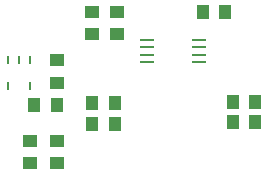
<source format=gbr>
G04 DipTrace 3.2.0.1*
G04 BottomPaste.gbr*
%MOIN*%
G04 #@! TF.FileFunction,Paste,Bot*
G04 #@! TF.Part,Single*
%ADD46R,0.009843X0.029528*%
%ADD48R,0.049213X0.009843*%
%ADD50R,0.043307X0.051181*%
%ADD56R,0.051181X0.043307*%
%FSLAX26Y26*%
G04*
G70*
G90*
G75*
G01*
G04 BotPaste*
%LPD*%
D56*
X962510Y1225038D3*
Y1150235D3*
X762490Y793743D3*
Y718940D3*
X674980Y793743D3*
Y718940D3*
D50*
X956260Y918756D3*
X881457D3*
X687482Y912505D3*
X762285D3*
D56*
X762490Y1062521D3*
Y987718D3*
D50*
X1325049Y1225038D3*
X1250245D3*
D56*
X881252D3*
Y1150235D3*
D48*
X1237539Y1056270D3*
Y1081270D3*
Y1106270D3*
Y1131270D3*
X1062539Y1056270D3*
Y1081270D3*
Y1106270D3*
Y1131270D3*
D50*
X1425059Y925007D3*
X1350256D3*
X1425059Y856249D3*
X1350256D3*
X881252Y849999D3*
X956055D3*
D46*
X674980Y1062521D3*
X637579D3*
X674980Y975907D3*
X600177D3*
Y1062521D3*
M02*

</source>
